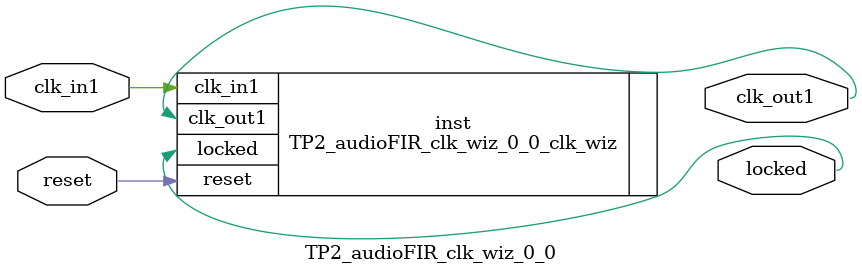
<source format=v>


`timescale 1ps/1ps

(* CORE_GENERATION_INFO = "TP2_audioFIR_clk_wiz_0_0,clk_wiz_v6_0_9_0_0,{component_name=TP2_audioFIR_clk_wiz_0_0,use_phase_alignment=true,use_min_o_jitter=false,use_max_i_jitter=false,use_dyn_phase_shift=false,use_inclk_switchover=false,use_dyn_reconfig=false,enable_axi=0,feedback_source=FDBK_AUTO,PRIMITIVE=MMCM,num_out_clk=1,clkin1_period=10.000,clkin2_period=10.000,use_power_down=false,use_reset=true,use_locked=true,use_inclk_stopped=false,feedback_type=SINGLE,CLOCK_MGR_TYPE=NA,manual_override=false}" *)

module TP2_audioFIR_clk_wiz_0_0 
 (
  // Clock out ports
  output        clk_out1,
  // Status and control signals
  input         reset,
  output        locked,
 // Clock in ports
  input         clk_in1
 );

  TP2_audioFIR_clk_wiz_0_0_clk_wiz inst
  (
  // Clock out ports  
  .clk_out1(clk_out1),
  // Status and control signals               
  .reset(reset), 
  .locked(locked),
 // Clock in ports
  .clk_in1(clk_in1)
  );

endmodule

</source>
